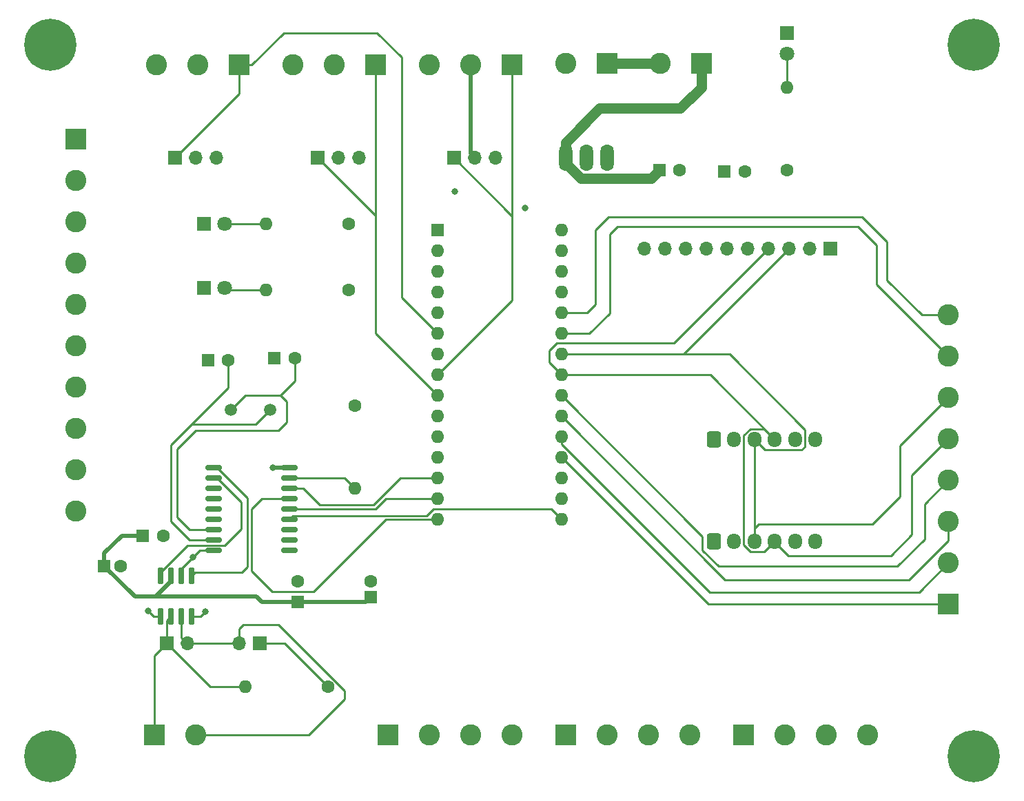
<source format=gtl>
%TF.GenerationSoftware,KiCad,Pcbnew,6.0.4-6f826c9f35~116~ubuntu20.04.1*%
%TF.CreationDate,2022-04-13T14:27:05+02:00*%
%TF.ProjectId,sprayGun_PCB,73707261-7947-4756-9e5f-5043422e6b69,rev?*%
%TF.SameCoordinates,Original*%
%TF.FileFunction,Copper,L1,Top*%
%TF.FilePolarity,Positive*%
%FSLAX46Y46*%
G04 Gerber Fmt 4.6, Leading zero omitted, Abs format (unit mm)*
G04 Created by KiCad (PCBNEW 6.0.4-6f826c9f35~116~ubuntu20.04.1) date 2022-04-13 14:27:05*
%MOMM*%
%LPD*%
G01*
G04 APERTURE LIST*
G04 Aperture macros list*
%AMRoundRect*
0 Rectangle with rounded corners*
0 $1 Rounding radius*
0 $2 $3 $4 $5 $6 $7 $8 $9 X,Y pos of 4 corners*
0 Add a 4 corners polygon primitive as box body*
4,1,4,$2,$3,$4,$5,$6,$7,$8,$9,$2,$3,0*
0 Add four circle primitives for the rounded corners*
1,1,$1+$1,$2,$3*
1,1,$1+$1,$4,$5*
1,1,$1+$1,$6,$7*
1,1,$1+$1,$8,$9*
0 Add four rect primitives between the rounded corners*
20,1,$1+$1,$2,$3,$4,$5,0*
20,1,$1+$1,$4,$5,$6,$7,0*
20,1,$1+$1,$6,$7,$8,$9,0*
20,1,$1+$1,$8,$9,$2,$3,0*%
G04 Aperture macros list end*
%TA.AperFunction,SMDPad,CuDef*%
%ADD10RoundRect,0.042000X-0.258000X0.943000X-0.258000X-0.943000X0.258000X-0.943000X0.258000X0.943000X0*%
%TD*%
%TA.AperFunction,ComponentPad*%
%ADD11R,1.600000X1.600000*%
%TD*%
%TA.AperFunction,ComponentPad*%
%ADD12C,1.600000*%
%TD*%
%TA.AperFunction,ComponentPad*%
%ADD13R,2.600000X2.600000*%
%TD*%
%TA.AperFunction,ComponentPad*%
%ADD14C,2.600000*%
%TD*%
%TA.AperFunction,ComponentPad*%
%ADD15O,1.700000X1.950000*%
%TD*%
%TA.AperFunction,ComponentPad*%
%ADD16RoundRect,0.250000X-0.600000X-0.725000X0.600000X-0.725000X0.600000X0.725000X-0.600000X0.725000X0*%
%TD*%
%TA.AperFunction,ComponentPad*%
%ADD17R,1.700000X1.700000*%
%TD*%
%TA.AperFunction,ComponentPad*%
%ADD18O,1.700000X1.700000*%
%TD*%
%TA.AperFunction,ComponentPad*%
%ADD19O,1.600000X1.600000*%
%TD*%
%TA.AperFunction,ComponentPad*%
%ADD20C,1.800000*%
%TD*%
%TA.AperFunction,ComponentPad*%
%ADD21R,1.800000X1.800000*%
%TD*%
%TA.AperFunction,ComponentPad*%
%ADD22C,0.800000*%
%TD*%
%TA.AperFunction,ComponentPad*%
%ADD23C,6.400000*%
%TD*%
%TA.AperFunction,ComponentPad*%
%ADD24C,1.500000*%
%TD*%
%TA.AperFunction,ComponentPad*%
%ADD25O,1.650000X3.300000*%
%TD*%
%TA.AperFunction,SMDPad,CuDef*%
%ADD26RoundRect,0.150000X-0.875000X-0.150000X0.875000X-0.150000X0.875000X0.150000X-0.875000X0.150000X0*%
%TD*%
%TA.AperFunction,ViaPad*%
%ADD27C,0.800000*%
%TD*%
%TA.AperFunction,Conductor*%
%ADD28C,0.250000*%
%TD*%
%TA.AperFunction,Conductor*%
%ADD29C,0.500000*%
%TD*%
%TA.AperFunction,Conductor*%
%ADD30C,1.250000*%
%TD*%
G04 APERTURE END LIST*
D10*
%TO.P,U2,1,TXD*%
%TO.N,/TXD*%
X110405000Y-117530000D03*
%TO.P,U2,2,GND*%
%TO.N,GND*%
X109135000Y-117530000D03*
%TO.P,U2,3,VCC*%
%TO.N,+5VA*%
X107865000Y-117530000D03*
%TO.P,U2,4,RXD*%
%TO.N,/RXD*%
X106595000Y-117530000D03*
%TO.P,U2,5,AB*%
%TO.N,GND*%
X106595000Y-122470000D03*
%TO.P,U2,6,CANL*%
%TO.N,/CANL*%
X107865000Y-122470000D03*
%TO.P,U2,7,CANH*%
%TO.N,/CANH*%
X109135000Y-122470000D03*
%TO.P,U2,8,S*%
%TO.N,GND*%
X110405000Y-122470000D03*
%TD*%
D11*
%TO.P,C8,1*%
%TO.N,+5VA*%
X104394888Y-112600000D03*
D12*
%TO.P,C8,2*%
%TO.N,GND*%
X106894888Y-112600000D03*
%TD*%
D11*
%TO.P,C7,1*%
%TO.N,+5VA*%
X99644888Y-116300000D03*
D12*
%TO.P,C7,2*%
%TO.N,GND*%
X101644888Y-116300000D03*
%TD*%
D11*
%TO.P,C6,1*%
%TO.N,+5VA*%
X123400000Y-120705113D03*
D12*
%TO.P,C6,2*%
%TO.N,GND*%
X123400000Y-118205113D03*
%TD*%
D11*
%TO.P,C5,1*%
%TO.N,+5VA*%
X132400000Y-120155112D03*
D12*
%TO.P,C5,2*%
%TO.N,GND*%
X132400000Y-118155112D03*
%TD*%
D13*
%TO.P,J19,1,Pin_1*%
%TO.N,+15V*%
X173050000Y-54550000D03*
D14*
%TO.P,J19,2,Pin_2*%
%TO.N,Net-(J1-Pad1)*%
X167970000Y-54550000D03*
%TD*%
D15*
%TO.P,J18,6,Pin_6*%
%TO.N,unconnected-(J18-Pad6)*%
X187050000Y-113250000D03*
%TO.P,J18,5,Pin_5*%
%TO.N,unconnected-(J18-Pad5)*%
X184550000Y-113250000D03*
%TO.P,J18,4,Pin_4*%
%TO.N,SDA*%
X182050000Y-113250000D03*
%TO.P,J18,3,Pin_3*%
%TO.N,SCL*%
X179550000Y-113250000D03*
%TO.P,J18,2,Pin_2*%
%TO.N,GND*%
X177050000Y-113250000D03*
D16*
%TO.P,J18,1,Pin_1*%
%TO.N,+5VA*%
X174550000Y-113250000D03*
%TD*%
D15*
%TO.P,J3,6,Pin_6*%
%TO.N,unconnected-(J3-Pad6)*%
X187050000Y-100750000D03*
%TO.P,J3,5,Pin_5*%
%TO.N,unconnected-(J3-Pad5)*%
X184550000Y-100750000D03*
%TO.P,J3,4,Pin_4*%
%TO.N,SDA*%
X182050000Y-100750000D03*
%TO.P,J3,3,Pin_3*%
%TO.N,SCL*%
X179550000Y-100750000D03*
%TO.P,J3,2,Pin_2*%
%TO.N,GND*%
X177050000Y-100750000D03*
D16*
%TO.P,J3,1,Pin_1*%
%TO.N,+5VA*%
X174550000Y-100750000D03*
%TD*%
D17*
%TO.P,J2,1,Pin_1*%
%TO.N,+3V3*%
X188850000Y-77326000D03*
D18*
%TO.P,J2,2,Pin_2*%
%TO.N,GND*%
X186310000Y-77326000D03*
%TO.P,J2,3,Pin_3*%
%TO.N,SCL*%
X183770000Y-77326000D03*
%TO.P,J2,4,Pin_4*%
%TO.N,SDA*%
X181230000Y-77326000D03*
%TO.P,J2,5,Pin_5*%
%TO.N,unconnected-(J2-Pad5)*%
X178690000Y-77326000D03*
%TO.P,J2,6,Pin_6*%
%TO.N,unconnected-(J2-Pad6)*%
X176150000Y-77326000D03*
%TO.P,J2,7,Pin_7*%
%TO.N,unconnected-(J2-Pad7)*%
X173610000Y-77326000D03*
%TO.P,J2,8,Pin_8*%
%TO.N,unconnected-(J2-Pad8)*%
X171070000Y-77326000D03*
%TO.P,J2,9,Pin_9*%
%TO.N,unconnected-(J2-Pad9)*%
X168530000Y-77326000D03*
%TO.P,J2,10,Pin_10*%
%TO.N,unconnected-(J2-Pad10)*%
X165990000Y-77326000D03*
%TD*%
D13*
%TO.P,J9,1,Pin_1*%
%TO.N,+15V*%
X178182000Y-137062000D03*
D14*
%TO.P,J9,2,Pin_2*%
X183262000Y-137062000D03*
%TO.P,J9,3,Pin_3*%
X188342000Y-137062000D03*
%TO.P,J9,4,Pin_4*%
X193422000Y-137062000D03*
%TD*%
D11*
%TO.P,C3,1*%
%TO.N,GND*%
X120588888Y-90788000D03*
D12*
%TO.P,C3,2*%
%TO.N,/OSC2*%
X123088888Y-90788000D03*
%TD*%
%TO.P,R2,1*%
%TO.N,IO_4*%
X129663000Y-82406000D03*
D19*
%TO.P,R2,2*%
%TO.N,Net-(D2-Pad2)*%
X119503000Y-82406000D03*
%TD*%
D17*
%TO.P,J14,1,Pin_1*%
%TO.N,/CANL*%
X107311000Y-125840000D03*
D18*
%TO.P,J14,2,Pin_2*%
%TO.N,/CANH*%
X109851000Y-125840000D03*
%TD*%
D20*
%TO.P,D1,2,A*%
%TO.N,Net-(D1-Pad2)*%
X114423000Y-74278000D03*
D21*
%TO.P,D1,1,K*%
%TO.N,GND*%
X111883000Y-74278000D03*
%TD*%
D11*
%TO.P,A1,1,D1/TX*%
%TO.N,IO_1*%
X140600000Y-75040000D03*
D19*
%TO.P,A1,2,D0/RX*%
%TO.N,IO_0*%
X140600000Y-77580000D03*
%TO.P,A1,3,~{RESET}*%
%TO.N,unconnected-(A1-Pad3)*%
X140600000Y-80120000D03*
%TO.P,A1,4,GND*%
%TO.N,GND*%
X140600000Y-82660000D03*
%TO.P,A1,5,D2*%
%TO.N,IO_2*%
X140600000Y-85200000D03*
%TO.P,A1,6,D3*%
%TO.N,ESC*%
X140600000Y-87740000D03*
%TO.P,A1,7,D4*%
%TO.N,IO_4*%
X140600000Y-90280000D03*
%TO.P,A1,8,D5*%
%TO.N,SERVO*%
X140600000Y-92820000D03*
%TO.P,A1,9,D6*%
%TO.N,VESC*%
X140600000Y-95360000D03*
%TO.P,A1,10,D7*%
%TO.N,IO_7*%
X140600000Y-97900000D03*
%TO.P,A1,11,D8*%
%TO.N,IO_8*%
X140600000Y-100440000D03*
%TO.P,A1,12,D9*%
%TO.N,IO_9*%
X140600000Y-102980000D03*
%TO.P,A1,13,D10*%
%TO.N,CS*%
X140600000Y-105520000D03*
%TO.P,A1,14,D11*%
%TO.N,MOSI*%
X140600000Y-108060000D03*
%TO.P,A1,15,D12*%
%TO.N,MISO*%
X140600000Y-110600000D03*
%TO.P,A1,16,D13*%
%TO.N,SCK*%
X155840000Y-110600000D03*
%TO.P,A1,17,3V3*%
%TO.N,+3V3*%
X155840000Y-108060000D03*
%TO.P,A1,18,AREF*%
%TO.N,unconnected-(A1-Pad18)*%
X155840000Y-105520000D03*
%TO.P,A1,19,A0*%
%TO.N,A0*%
X155840000Y-102980000D03*
%TO.P,A1,20,A1*%
%TO.N,A1*%
X155840000Y-100440000D03*
%TO.P,A1,21,A2*%
%TO.N,A2*%
X155840000Y-97900000D03*
%TO.P,A1,22,A3*%
%TO.N,A3*%
X155840000Y-95360000D03*
%TO.P,A1,23,A4*%
%TO.N,SDA*%
X155840000Y-92820000D03*
%TO.P,A1,24,A5*%
%TO.N,SCL*%
X155840000Y-90280000D03*
%TO.P,A1,25,A6*%
%TO.N,A6*%
X155840000Y-87740000D03*
%TO.P,A1,26,A7*%
%TO.N,A7*%
X155840000Y-85200000D03*
%TO.P,A1,27,+5V*%
%TO.N,+5VA*%
X155840000Y-82660000D03*
%TO.P,A1,28,~{RESET}*%
%TO.N,unconnected-(A1-Pad28)*%
X155840000Y-80120000D03*
%TO.P,A1,29,GND*%
%TO.N,GND*%
X155840000Y-77580000D03*
%TO.P,A1,30,VIN*%
%TO.N,+5V*%
X155840000Y-75040000D03*
%TD*%
D12*
%TO.P,R4,1*%
%TO.N,Net-(J12-Pad1)*%
X127128000Y-131174000D03*
D19*
%TO.P,R4,2*%
%TO.N,/CANL*%
X116968000Y-131174000D03*
%TD*%
D22*
%TO.P,REF\u002A\u002A,1*%
%TO.N,N/C*%
X94747056Y-53947056D03*
X93050000Y-49850000D03*
X91352944Y-53947056D03*
D23*
X93050000Y-52250000D03*
D22*
X94747056Y-50552944D03*
X93050000Y-54650000D03*
X90650000Y-52250000D03*
X95450000Y-52250000D03*
X91352944Y-50552944D03*
%TD*%
D13*
%TO.P,J16,1,Pin_1*%
%TO.N,VESC*%
X132975000Y-54674000D03*
D14*
%TO.P,J16,2,Pin_2*%
%TO.N,unconnected-(J16-Pad2)*%
X127895000Y-54674000D03*
%TO.P,J16,3,Pin_3*%
%TO.N,GND*%
X122815000Y-54674000D03*
%TD*%
D24*
%TO.P,Y1,1,1*%
%TO.N,/OSC2*%
X115190000Y-97138000D03*
%TO.P,Y1,2,2*%
%TO.N,/OSC1*%
X120070000Y-97138000D03*
%TD*%
D13*
%TO.P,J5,1,Pin_1*%
%TO.N,GND*%
X156338000Y-137062000D03*
D14*
%TO.P,J5,2,Pin_2*%
X161418000Y-137062000D03*
%TO.P,J5,3,Pin_3*%
X166498000Y-137062000D03*
%TO.P,J5,4,Pin_4*%
X171578000Y-137062000D03*
%TD*%
D12*
%TO.P,R5,1*%
%TO.N,+5VA*%
X130430000Y-96630000D03*
D19*
%TO.P,R5,2*%
%TO.N,Net-(R5-Pad2)*%
X130430000Y-106790000D03*
%TD*%
D22*
%TO.P,REF\u002A\u002A,1*%
%TO.N,N/C*%
X94747056Y-141347056D03*
X93050000Y-137250000D03*
X91352944Y-141347056D03*
D23*
X93050000Y-139650000D03*
D22*
X94747056Y-137952944D03*
X93050000Y-142050000D03*
X90650000Y-139650000D03*
X95450000Y-139650000D03*
X91352944Y-137952944D03*
%TD*%
D13*
%TO.P,J11,1,Pin_1*%
%TO.N,IO_0*%
X96140000Y-63864000D03*
D14*
%TO.P,J11,2,Pin_2*%
%TO.N,IO_1*%
X96140000Y-68944000D03*
%TO.P,J11,3,Pin_3*%
%TO.N,IO_2*%
X96140000Y-74024000D03*
%TO.P,J11,4,Pin_4*%
%TO.N,ESC*%
X96140000Y-79104000D03*
%TO.P,J11,5,Pin_5*%
%TO.N,IO_4*%
X96140000Y-84184000D03*
%TO.P,J11,6,Pin_6*%
%TO.N,SERVO*%
X96140000Y-89264000D03*
%TO.P,J11,7,Pin_7*%
%TO.N,VESC*%
X96140000Y-94344000D03*
%TO.P,J11,8,Pin_8*%
%TO.N,IO_7*%
X96140000Y-99424000D03*
%TO.P,J11,9,Pin_9*%
%TO.N,IO_8*%
X96140000Y-104504000D03*
%TO.P,J11,10,Pin_10*%
%TO.N,IO_9*%
X96140000Y-109584000D03*
%TD*%
D11*
%TO.P,C4,1*%
%TO.N,GND*%
X112396000Y-91042000D03*
D12*
%TO.P,C4,2*%
%TO.N,/OSC1*%
X114896000Y-91042000D03*
%TD*%
D11*
%TO.P,C1,1*%
%TO.N,+15V*%
X167855621Y-67674000D03*
D12*
%TO.P,C1,2*%
%TO.N,GND*%
X170355621Y-67674000D03*
%TD*%
D13*
%TO.P,J4,1,Pin_1*%
%TO.N,+5V*%
X134494000Y-137062000D03*
D14*
%TO.P,J4,2,Pin_2*%
X139574000Y-137062000D03*
%TO.P,J4,3,Pin_3*%
X144654000Y-137062000D03*
%TO.P,J4,4,Pin_4*%
X149734000Y-137062000D03*
%TD*%
D22*
%TO.P,REF\u002A\u002A,1*%
%TO.N,N/C*%
X208147056Y-141347056D03*
X206450000Y-137250000D03*
X204752944Y-141347056D03*
D23*
X206450000Y-139650000D03*
D22*
X208147056Y-137952944D03*
X206450000Y-142050000D03*
X204050000Y-139650000D03*
X208850000Y-139650000D03*
X204752944Y-137952944D03*
%TD*%
D13*
%TO.P,J1,1,Pin_1*%
%TO.N,Net-(J1-Pad1)*%
X161423000Y-54550000D03*
D14*
%TO.P,J1,2,Pin_2*%
%TO.N,GND*%
X156343000Y-54550000D03*
%TD*%
D11*
%TO.P,C2,1*%
%TO.N,+5V*%
X175844888Y-67850000D03*
D12*
%TO.P,C2,2*%
%TO.N,GND*%
X178344888Y-67850000D03*
%TD*%
D13*
%TO.P,J15,1,Pin_1*%
%TO.N,ESC*%
X116211000Y-54674000D03*
D14*
%TO.P,J15,2,Pin_2*%
%TO.N,unconnected-(J15-Pad2)*%
X111131000Y-54674000D03*
%TO.P,J15,3,Pin_3*%
%TO.N,GND*%
X106051000Y-54674000D03*
%TD*%
%TO.P,J10,8,Pin_8*%
%TO.N,A7*%
X203374000Y-85454000D03*
%TO.P,J10,7,Pin_7*%
%TO.N,A6*%
X203374000Y-90534000D03*
%TO.P,J10,6,Pin_6*%
%TO.N,SCL*%
X203374000Y-95614000D03*
%TO.P,J10,5,Pin_5*%
%TO.N,SDA*%
X203374000Y-100694000D03*
%TO.P,J10,4,Pin_4*%
%TO.N,A3*%
X203374000Y-105774000D03*
%TO.P,J10,3,Pin_3*%
%TO.N,A2*%
X203374000Y-110854000D03*
%TO.P,J10,2,Pin_2*%
%TO.N,A1*%
X203374000Y-115934000D03*
D13*
%TO.P,J10,1,Pin_1*%
%TO.N,A0*%
X203374000Y-121014000D03*
%TD*%
D17*
%TO.P,J7,1,Pin_1*%
%TO.N,VESC*%
X125858000Y-66150000D03*
D18*
%TO.P,J7,2,Pin_2*%
%TO.N,unconnected-(J7-Pad2)*%
X128398000Y-66150000D03*
%TO.P,J7,3,Pin_3*%
%TO.N,GND*%
X130938000Y-66150000D03*
%TD*%
D13*
%TO.P,J17,1,Pin_1*%
%TO.N,SERVO*%
X149739000Y-54674000D03*
D14*
%TO.P,J17,2,Pin_2*%
%TO.N,+5V*%
X144659000Y-54674000D03*
%TO.P,J17,3,Pin_3*%
%TO.N,GND*%
X139579000Y-54674000D03*
%TD*%
D12*
%TO.P,R1,1*%
%TO.N,IO_2*%
X129663000Y-74278000D03*
D19*
%TO.P,R1,2*%
%TO.N,Net-(D1-Pad2)*%
X119503000Y-74278000D03*
%TD*%
D12*
%TO.P,R3,1*%
%TO.N,+5V*%
X183550000Y-67630000D03*
D19*
%TO.P,R3,2*%
%TO.N,Net-(D3-Pad2)*%
X183550000Y-57470000D03*
%TD*%
D25*
%TO.P,IC1,1*%
%TO.N,+15V*%
X156338000Y-66150000D03*
%TO.P,IC1,2*%
%TO.N,GND*%
X158878000Y-66150000D03*
%TO.P,IC1,3*%
%TO.N,+5V*%
X161418000Y-66150000D03*
%TD*%
D17*
%TO.P,J8,1,Pin_1*%
%TO.N,SERVO*%
X142622000Y-66150000D03*
D18*
%TO.P,J8,2,Pin_2*%
%TO.N,+5V*%
X145162000Y-66150000D03*
%TO.P,J8,3,Pin_3*%
%TO.N,GND*%
X147702000Y-66150000D03*
%TD*%
D13*
%TO.P,J13,1,Pin_1*%
%TO.N,/CANL*%
X105787000Y-137062000D03*
D14*
%TO.P,J13,2,Pin_2*%
%TO.N,/CANH*%
X110867000Y-137062000D03*
%TD*%
D17*
%TO.P,J12,1,Pin_1*%
%TO.N,Net-(J12-Pad1)*%
X118746000Y-125840000D03*
D18*
%TO.P,J12,2,Pin_2*%
%TO.N,/CANH*%
X116206000Y-125840000D03*
%TD*%
D26*
%TO.P,U1,1,TXCAN*%
%TO.N,/TXD*%
X113080000Y-104250000D03*
%TO.P,U1,2,RXCAN*%
%TO.N,/RXD*%
X113080000Y-105520000D03*
%TO.P,U1,3,CLKOUT/SOF*%
%TO.N,unconnected-(U1-Pad3)*%
X113080000Y-106790000D03*
%TO.P,U1,4,~{TX0RTS}*%
%TO.N,unconnected-(U1-Pad4)*%
X113080000Y-108060000D03*
%TO.P,U1,5,~{TX1RTS}*%
%TO.N,unconnected-(U1-Pad5)*%
X113080000Y-109330000D03*
%TO.P,U1,6,~{TX2RTS}*%
%TO.N,unconnected-(U1-Pad6)*%
X113080000Y-110600000D03*
%TO.P,U1,7,OSC2*%
%TO.N,/OSC2*%
X113080000Y-111870000D03*
%TO.P,U1,8,OSC1*%
%TO.N,/OSC1*%
X113080000Y-113140000D03*
%TO.P,U1,9,VSS*%
%TO.N,GND*%
X113080000Y-114410000D03*
%TO.P,U1,10,~{RX1BF}*%
%TO.N,unconnected-(U1-Pad10)*%
X122380000Y-114410000D03*
%TO.P,U1,11,~{RX0BF}*%
%TO.N,unconnected-(U1-Pad11)*%
X122380000Y-113140000D03*
%TO.P,U1,12,~{INT}*%
%TO.N,unconnected-(U1-Pad12)*%
X122380000Y-111870000D03*
%TO.P,U1,13,SCK*%
%TO.N,SCK*%
X122380000Y-110600000D03*
%TO.P,U1,14,SI*%
%TO.N,MOSI*%
X122380000Y-109330000D03*
%TO.P,U1,15,SO*%
%TO.N,MISO*%
X122380000Y-108060000D03*
%TO.P,U1,16,~{CS}*%
%TO.N,CS*%
X122380000Y-106790000D03*
%TO.P,U1,17,~{RESET}*%
%TO.N,Net-(R5-Pad2)*%
X122380000Y-105520000D03*
%TO.P,U1,18,VDD*%
%TO.N,+5VA*%
X122380000Y-104250000D03*
%TD*%
D17*
%TO.P,J6,1,Pin_1*%
%TO.N,ESC*%
X108332000Y-66150000D03*
D18*
%TO.P,J6,2,Pin_2*%
%TO.N,unconnected-(J6-Pad2)*%
X110872000Y-66150000D03*
%TO.P,J6,3,Pin_3*%
%TO.N,GND*%
X113412000Y-66150000D03*
%TD*%
D20*
%TO.P,D3,2,A*%
%TO.N,Net-(D3-Pad2)*%
X183508000Y-53290000D03*
D21*
%TO.P,D3,1,K*%
%TO.N,GND*%
X183508000Y-50750000D03*
%TD*%
D22*
%TO.P,REF\u002A\u002A,1*%
%TO.N,N/C*%
X204752944Y-50552944D03*
X208850000Y-52250000D03*
X204050000Y-52250000D03*
X206450000Y-54650000D03*
X208147056Y-50552944D03*
D23*
X206450000Y-52250000D03*
D22*
X204752944Y-53947056D03*
X206450000Y-49850000D03*
X208147056Y-53947056D03*
%TD*%
D20*
%TO.P,D2,2,A*%
%TO.N,Net-(D2-Pad2)*%
X114423000Y-82146000D03*
D21*
%TO.P,D2,1,K*%
%TO.N,GND*%
X111883000Y-82146000D03*
%TD*%
D27*
%TO.N,GND*%
X105100000Y-121800000D03*
X112100000Y-121900000D03*
%TO.N,+5V*%
X151400000Y-72300000D03*
%TO.N,+5VA*%
X142700000Y-70300000D03*
%TO.N,GND*%
X110600000Y-115200000D03*
%TO.N,+5VA*%
X120350000Y-104250000D03*
%TD*%
D28*
%TO.N,GND*%
X105770000Y-122470000D02*
X105100000Y-121800000D01*
X106595000Y-122470000D02*
X105770000Y-122470000D01*
%TO.N,/RXD*%
X106595000Y-117530000D02*
X106595000Y-117080663D01*
X106595000Y-117080663D02*
X109890183Y-113785480D01*
X109890183Y-113785480D02*
X114414520Y-113785480D01*
X114414520Y-113785480D02*
X116460000Y-111740000D01*
X116460000Y-111740000D02*
X116460000Y-108473928D01*
%TO.N,GND*%
X110600000Y-115200000D02*
X109135000Y-116665000D01*
X109135000Y-116665000D02*
X109135000Y-117530000D01*
X110600000Y-115200000D02*
X111390000Y-114410000D01*
X111390000Y-114410000D02*
X113080000Y-114410000D01*
%TO.N,/TXD*%
X113080000Y-104250000D02*
X113506072Y-104250000D01*
X113506072Y-104250000D02*
X117222000Y-107965928D01*
X117222000Y-107965928D02*
X117222000Y-116442000D01*
X117222000Y-116442000D02*
X116564000Y-117100000D01*
X116564000Y-117100000D02*
X110835000Y-117100000D01*
X110835000Y-117100000D02*
X110405000Y-117530000D01*
D29*
%TO.N,+5VA*%
X103409407Y-120064519D02*
X105764519Y-120064519D01*
X105764519Y-120064519D02*
X106964519Y-120064519D01*
X107865000Y-117530000D02*
X107865000Y-118156114D01*
X107865000Y-118156114D02*
X105956595Y-120064519D01*
X105956595Y-120064519D02*
X105764519Y-120064519D01*
D28*
%TO.N,GND*%
X111530000Y-122470000D02*
X112100000Y-121900000D01*
X110405000Y-122470000D02*
X111530000Y-122470000D01*
%TO.N,/CANH*%
X109135000Y-122470000D02*
X109135000Y-125124000D01*
X109135000Y-125124000D02*
X109851000Y-125840000D01*
%TO.N,/CANL*%
X107865000Y-122470000D02*
X107311000Y-123024000D01*
X107311000Y-123024000D02*
X107311000Y-125840000D01*
D30*
%TO.N,Net-(J1-Pad1)*%
X161423000Y-54550000D02*
X167970000Y-54550000D01*
%TO.N,+15V*%
X173050000Y-54550000D02*
X173050000Y-57450000D01*
X173050000Y-57450000D02*
X170450000Y-60050000D01*
D29*
%TO.N,+5VA*%
X120350000Y-104250000D02*
X122380000Y-104250000D01*
X108764519Y-120064519D02*
X118364519Y-120064519D01*
X118364519Y-120064519D02*
X119005113Y-120705113D01*
X119005113Y-120705113D02*
X123400000Y-120705113D01*
X99644888Y-116300000D02*
X99644888Y-114755112D01*
X99644888Y-114755112D02*
X101800000Y-112600000D01*
X101800000Y-112600000D02*
X104394888Y-112600000D01*
X99644888Y-116300000D02*
X103409407Y-120064519D01*
X106964519Y-120064519D02*
X108764519Y-120064519D01*
X123400000Y-120705113D02*
X131849999Y-120705113D01*
X131849999Y-120705113D02*
X132400000Y-120155112D01*
D28*
%TO.N,Net-(D3-Pad2)*%
X183550000Y-57470000D02*
X183550000Y-53332000D01*
X183550000Y-53332000D02*
X183508000Y-53290000D01*
D30*
%TO.N,+15V*%
X170450000Y-60050000D02*
X160550000Y-60050000D01*
X160550000Y-60050000D02*
X156338000Y-64262000D01*
X156338000Y-64262000D02*
X156338000Y-66150000D01*
D28*
%TO.N,A3*%
X173150000Y-112670000D02*
X173150000Y-114350000D01*
X175150000Y-116350000D02*
X197100000Y-116350000D01*
X155840000Y-95360000D02*
X173150000Y-112670000D01*
X173150000Y-114350000D02*
X175150000Y-116350000D01*
%TO.N,A2*%
X198550000Y-118000000D02*
X178200000Y-118000000D01*
X155840000Y-97900000D02*
X175940000Y-118000000D01*
X175940000Y-118000000D02*
X178200000Y-118000000D01*
%TO.N,A1*%
X174750000Y-119550000D02*
X199758000Y-119550000D01*
X155840000Y-100440000D02*
X155840000Y-101340000D01*
X155840000Y-101340000D02*
X174050000Y-119550000D01*
X174050000Y-119550000D02*
X174750000Y-119550000D01*
X199758000Y-119550000D02*
X203374000Y-115934000D01*
%TO.N,A2*%
X203374000Y-113176000D02*
X198550000Y-118000000D01*
X203374000Y-110854000D02*
X203374000Y-113176000D01*
%TO.N,A3*%
X197100000Y-116350000D02*
X200450000Y-113000000D01*
X200450000Y-113000000D02*
X200450000Y-108698000D01*
X200450000Y-108698000D02*
X203374000Y-105774000D01*
%TO.N,SDA*%
X182050000Y-100750000D02*
X174120000Y-92820000D01*
X174120000Y-92820000D02*
X155840000Y-92820000D01*
%TO.N,SCL*%
X155840000Y-90280000D02*
X170420000Y-90280000D01*
X170420000Y-90280000D02*
X170816000Y-90280000D01*
X179550000Y-100750000D02*
X180849520Y-102049520D01*
X185724520Y-99524520D02*
X176480000Y-90280000D01*
X180849520Y-102049520D02*
X185350480Y-102049520D01*
X185350480Y-102049520D02*
X185724520Y-101675480D01*
X176480000Y-90280000D02*
X170420000Y-90280000D01*
X185724520Y-101675480D02*
X185724520Y-99524520D01*
%TO.N,SDA*%
X182050000Y-113250000D02*
X180750480Y-114549520D01*
X179049520Y-99450480D02*
X180750480Y-99450480D01*
X180750480Y-114549520D02*
X179063498Y-114549520D01*
X179063498Y-114549520D02*
X178224520Y-113710542D01*
X178224520Y-113710542D02*
X178224520Y-100275480D01*
X178224520Y-100275480D02*
X179049520Y-99450480D01*
X180750480Y-99450480D02*
X182050000Y-100750000D01*
%TO.N,SCL*%
X179550000Y-113250000D02*
X179550000Y-100750000D01*
X179550000Y-113250000D02*
X179550000Y-111650000D01*
X179550000Y-111650000D02*
X180050000Y-111150000D01*
X180050000Y-111150000D02*
X194050000Y-111150000D01*
X194050000Y-111150000D02*
X197450000Y-107750000D01*
X197450000Y-107750000D02*
X197450000Y-101538000D01*
X197450000Y-101538000D02*
X203374000Y-95614000D01*
%TO.N,SDA*%
X182050000Y-113250000D02*
X182050000Y-113375000D01*
X182050000Y-113375000D02*
X183725000Y-115050000D01*
X183725000Y-115050000D02*
X196300000Y-115050000D01*
X203374000Y-100694000D02*
X198900000Y-105168000D01*
X198900000Y-105168000D02*
X198900000Y-112450000D01*
X198900000Y-112450000D02*
X196300000Y-115050000D01*
%TO.N,A6*%
X203374000Y-90534000D02*
X194550000Y-81710000D01*
%TO.N,A7*%
X200104000Y-85454000D02*
X203374000Y-85454000D01*
X195800000Y-81150000D02*
X200104000Y-85454000D01*
%TO.N,A6*%
X194550000Y-81710000D02*
X194550000Y-76900000D01*
%TO.N,A7*%
X195800000Y-76450000D02*
X195800000Y-81150000D01*
%TO.N,A6*%
X194550000Y-76900000D02*
X192250000Y-74600000D01*
%TO.N,A7*%
X192750000Y-73400000D02*
X195800000Y-76450000D01*
%TO.N,A0*%
X203374000Y-121014000D02*
X173874000Y-121014000D01*
%TO.N,ESC*%
X116211000Y-54674000D02*
X116211000Y-58271000D01*
X133200000Y-50750000D02*
X136200000Y-53750000D01*
X121700000Y-50750000D02*
X133200000Y-50750000D01*
X136200000Y-83340000D02*
X140600000Y-87740000D01*
X117776000Y-54674000D02*
X121700000Y-50750000D01*
X116211000Y-54674000D02*
X117776000Y-54674000D01*
X116211000Y-58271000D02*
X108332000Y-66150000D01*
X136200000Y-53750000D02*
X136200000Y-83340000D01*
%TO.N,SERVO*%
X149739000Y-54674000D02*
X149739000Y-73211000D01*
X149739000Y-73211000D02*
X149739000Y-83681000D01*
X149739000Y-83681000D02*
X140600000Y-92820000D01*
X149683000Y-73211000D02*
X149739000Y-73211000D01*
X142622000Y-66150000D02*
X149683000Y-73211000D01*
%TO.N,VESC*%
X132975000Y-54674000D02*
X132975000Y-73475000D01*
X132975000Y-73267000D02*
X132975000Y-73475000D01*
X132975000Y-87735000D02*
X140600000Y-95360000D01*
X125858000Y-66150000D02*
X132975000Y-73267000D01*
X132975000Y-73475000D02*
X132975000Y-87735000D01*
%TO.N,CS*%
X136018000Y-105520000D02*
X140600000Y-105520000D01*
X132716000Y-108822000D02*
X136018000Y-105520000D01*
X126112000Y-108822000D02*
X132716000Y-108822000D01*
X124080000Y-106790000D02*
X126112000Y-108822000D01*
X122380000Y-106790000D02*
X124080000Y-106790000D01*
%TO.N,MOSI*%
X132970000Y-109330000D02*
X122810000Y-109330000D01*
X134240000Y-108060000D02*
X132970000Y-109330000D01*
X140600000Y-108060000D02*
X134240000Y-108060000D01*
%TO.N,MISO*%
X117730000Y-109330000D02*
X119000000Y-108060000D01*
X125350000Y-119490000D02*
X120270000Y-119490000D01*
X119000000Y-108060000D02*
X122380000Y-108060000D01*
X120270000Y-119490000D02*
X117730000Y-116950000D01*
X134240000Y-110600000D02*
X125350000Y-119490000D01*
X140600000Y-110600000D02*
X134240000Y-110600000D01*
X117730000Y-116950000D02*
X117730000Y-109330000D01*
%TO.N,SCK*%
X122829520Y-110150480D02*
X139261520Y-110150480D01*
X122380000Y-110600000D02*
X122829520Y-110150480D01*
X139261520Y-110150480D02*
X140082000Y-109330000D01*
X140082000Y-109330000D02*
X154570000Y-109330000D01*
X154570000Y-109330000D02*
X155840000Y-110600000D01*
%TO.N,A0*%
X173874000Y-121014000D02*
X155840000Y-102980000D01*
%TO.N,SDA*%
X154300000Y-91280000D02*
X154300000Y-89850000D01*
X155840000Y-92820000D02*
X154300000Y-91280000D01*
X155285489Y-88864511D02*
X169691489Y-88864511D01*
X154300000Y-89850000D02*
X155285489Y-88864511D01*
X169691489Y-88864511D02*
X181230000Y-77326000D01*
%TO.N,SCL*%
X170816000Y-90280000D02*
X183770000Y-77326000D01*
%TO.N,A6*%
X162700000Y-74600000D02*
X161750000Y-75550000D01*
X159260000Y-87740000D02*
X155840000Y-87740000D01*
X161750000Y-85250000D02*
X159260000Y-87740000D01*
X161750000Y-75550000D02*
X161750000Y-85250000D01*
X192250000Y-74600000D02*
X162700000Y-74600000D01*
%TO.N,A7*%
X155840000Y-85200000D02*
X158950000Y-85200000D01*
X160000000Y-84150000D02*
X160000000Y-75000000D01*
X158950000Y-85200000D02*
X160000000Y-84150000D01*
X160000000Y-75000000D02*
X161600000Y-73400000D01*
X161600000Y-73400000D02*
X192750000Y-73400000D01*
D29*
%TO.N,+5V*%
X144659000Y-54674000D02*
X144659000Y-65647000D01*
X144659000Y-65647000D02*
X145162000Y-66150000D01*
D30*
%TO.N,+15V*%
X156338000Y-66767773D02*
X156338000Y-66150000D01*
X158194747Y-68624520D02*
X156338000Y-66767773D01*
X167855621Y-67674000D02*
X166905101Y-68624520D01*
X166905101Y-68624520D02*
X158194747Y-68624520D01*
D28*
%TO.N,Net-(D1-Pad2)*%
X119503000Y-74278000D02*
X114423000Y-74278000D01*
%TO.N,Net-(D2-Pad2)*%
X119503000Y-82406000D02*
X114683000Y-82406000D01*
X114683000Y-82406000D02*
X114423000Y-82146000D01*
%TO.N,Net-(J12-Pad1)*%
X121794000Y-125840000D02*
X127128000Y-131174000D01*
X118746000Y-125840000D02*
X121794000Y-125840000D01*
%TO.N,Net-(R5-Pad2)*%
X130430000Y-106790000D02*
X129160000Y-105520000D01*
X129160000Y-105520000D02*
X122380000Y-105520000D01*
%TO.N,/RXD*%
X113080000Y-105520000D02*
X113506072Y-105520000D01*
X113506072Y-105520000D02*
X116460000Y-108473928D01*
%TO.N,/CANH*%
X109851000Y-125840000D02*
X116206000Y-125840000D01*
X129160000Y-131615700D02*
X121098300Y-123554000D01*
X121098300Y-123554000D02*
X116714000Y-123554000D01*
X129160000Y-132698000D02*
X129160000Y-131615700D01*
X110867000Y-137062000D02*
X124796000Y-137062000D01*
X116714000Y-123554000D02*
X116206000Y-124062000D01*
X124796000Y-137062000D02*
X129160000Y-132698000D01*
X116206000Y-124062000D02*
X116206000Y-125840000D01*
%TO.N,/CANL*%
X116968000Y-131174000D02*
X112645000Y-131174000D01*
X112645000Y-131174000D02*
X107311000Y-125840000D01*
X105787000Y-127364000D02*
X107311000Y-125840000D01*
X105787000Y-137062000D02*
X105787000Y-127364000D01*
%TO.N,/OSC2*%
X123088888Y-93557112D02*
X121286000Y-95360000D01*
X123088888Y-93557112D02*
X123088888Y-90788000D01*
X110872000Y-99678000D02*
X108586000Y-101964000D01*
X122048000Y-98662000D02*
X121032000Y-99678000D01*
X108586000Y-110346000D02*
X110110000Y-111870000D01*
X121286000Y-95360000D02*
X122048000Y-96122000D01*
X115190000Y-97138000D02*
X116968000Y-95360000D01*
X121032000Y-99678000D02*
X110872000Y-99678000D01*
X122048000Y-96122000D02*
X122048000Y-98662000D01*
X116968000Y-95360000D02*
X121286000Y-95360000D01*
X108586000Y-101964000D02*
X108586000Y-110346000D01*
X110110000Y-111870000D02*
X113080000Y-111870000D01*
%TO.N,/OSC1*%
X114896000Y-91042000D02*
X114896000Y-94384000D01*
X107824000Y-110854000D02*
X110110000Y-113140000D01*
X118292000Y-98916000D02*
X110364000Y-98916000D01*
X107824000Y-101456000D02*
X107824000Y-110854000D01*
X120070000Y-97138000D02*
X118292000Y-98916000D01*
X110364000Y-98916000D02*
X114896000Y-94384000D01*
X110364000Y-98916000D02*
X107824000Y-101456000D01*
X110110000Y-113140000D02*
X113080000Y-113140000D01*
%TD*%
M02*

</source>
